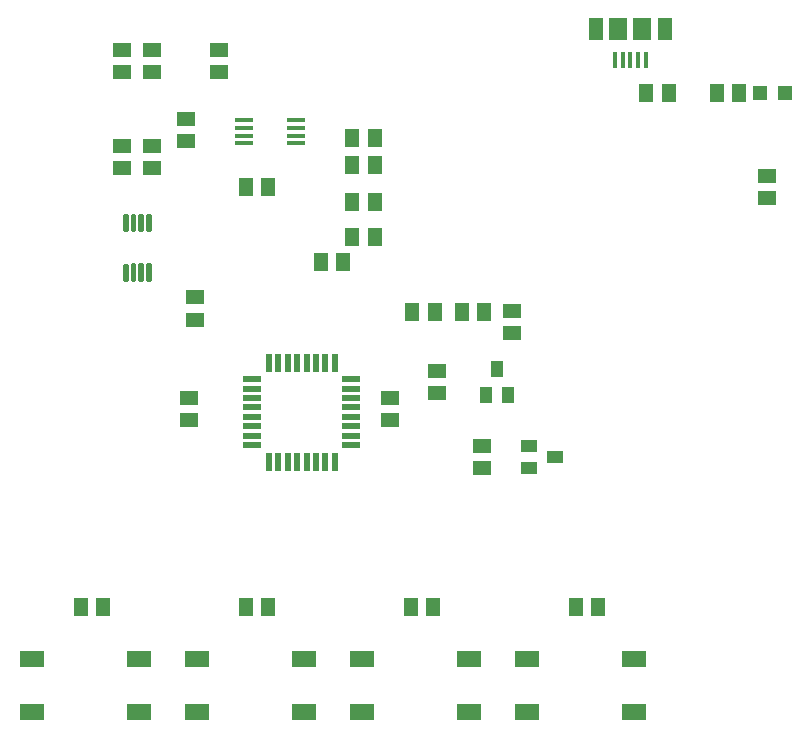
<source format=gtp>
G04 EAGLE Gerber RS-274X export*
G75*
%MOMM*%
%FSLAX34Y34*%
%LPD*%
%INSolderpaste Top*%
%IPPOS*%
%AMOC8*
5,1,8,0,0,1.08239X$1,22.5*%
G01*
%ADD10R,1.300000X1.500000*%
%ADD11R,1.500000X1.300000*%
%ADD12R,0.400000X1.350000*%
%ADD13R,1.500000X1.900000*%
%ADD14R,1.200000X1.900000*%
%ADD15R,1.200000X1.200000*%
%ADD16R,1.000000X1.400000*%
%ADD17R,1.400000X1.000000*%
%ADD18R,2.108200X1.397000*%
%ADD19C,0.226694*%
%ADD20C,0.222250*%
%ADD21R,1.600000X0.550000*%
%ADD22R,0.550000X1.600000*%
%ADD23R,1.498600X0.431800*%


D10*
X377800Y190500D03*
X358800Y190500D03*
X558190Y626110D03*
X577190Y626110D03*
X309270Y504190D03*
X328270Y504190D03*
X238100Y190500D03*
X219100Y190500D03*
X98400Y190500D03*
X79400Y190500D03*
X517500Y190500D03*
X498500Y190500D03*
D11*
X176530Y452730D03*
X176530Y433730D03*
D10*
X219100Y546100D03*
X238100Y546100D03*
D12*
X557830Y653410D03*
X551330Y653410D03*
X544830Y653410D03*
X538330Y653410D03*
X531830Y653410D03*
D13*
X554830Y680410D03*
X534830Y680410D03*
D14*
X573830Y680410D03*
X515830Y680410D03*
D15*
X675980Y626110D03*
X654980Y626110D03*
D16*
X431800Y392000D03*
X441300Y370000D03*
X422300Y370000D03*
D17*
X480900Y317500D03*
X458900Y308000D03*
X458900Y327000D03*
D10*
X636880Y626110D03*
X617880Y626110D03*
D11*
X660400Y536600D03*
X660400Y555600D03*
X168910Y584860D03*
X168910Y603860D03*
D10*
X328270Y533400D03*
X309270Y533400D03*
X328270Y588010D03*
X309270Y588010D03*
X309270Y565150D03*
X328270Y565150D03*
X379070Y440690D03*
X360070Y440690D03*
D11*
X341630Y367640D03*
X341630Y348640D03*
X381000Y371500D03*
X381000Y390500D03*
X419100Y308000D03*
X419100Y327000D03*
X114300Y643280D03*
X114300Y662280D03*
X139700Y562000D03*
X139700Y581000D03*
X139700Y643280D03*
X139700Y662280D03*
X114300Y562000D03*
X114300Y581000D03*
D10*
X282600Y482600D03*
X301600Y482600D03*
D11*
X444500Y422300D03*
X444500Y441300D03*
D10*
X420980Y440690D03*
X401980Y440690D03*
D18*
X177800Y101600D03*
X268986Y101600D03*
X177800Y146558D03*
X268986Y146558D03*
X457200Y101600D03*
X548386Y101600D03*
X457200Y146558D03*
X548386Y146558D03*
X317500Y101600D03*
X408686Y101600D03*
X317500Y146558D03*
X408686Y146558D03*
X38100Y101600D03*
X129286Y101600D03*
X38100Y146558D03*
X129286Y146558D03*
D19*
X118339Y467883D02*
X118339Y480617D01*
X118339Y467883D02*
X116161Y467883D01*
X116161Y480617D01*
X118339Y480617D01*
X118339Y470037D02*
X116161Y470037D01*
X116161Y472191D02*
X118339Y472191D01*
X118339Y474345D02*
X116161Y474345D01*
X116161Y476499D02*
X118339Y476499D01*
X118339Y478653D02*
X116161Y478653D01*
D20*
X124861Y480639D02*
X124861Y467861D01*
X122639Y467861D01*
X122639Y480639D01*
X124861Y480639D01*
X124861Y469973D02*
X122639Y469973D01*
X122639Y472085D02*
X124861Y472085D01*
X124861Y474197D02*
X122639Y474197D01*
X122639Y476309D02*
X124861Y476309D01*
X124861Y478421D02*
X122639Y478421D01*
X122639Y480533D02*
X124861Y480533D01*
X131361Y480639D02*
X131361Y467861D01*
X129139Y467861D01*
X129139Y480639D01*
X131361Y480639D01*
X131361Y469973D02*
X129139Y469973D01*
X129139Y472085D02*
X131361Y472085D01*
X131361Y474197D02*
X129139Y474197D01*
X129139Y476309D02*
X131361Y476309D01*
X131361Y478421D02*
X129139Y478421D01*
X129139Y480533D02*
X131361Y480533D01*
X137861Y480639D02*
X137861Y467861D01*
X135639Y467861D01*
X135639Y480639D01*
X137861Y480639D01*
X137861Y469973D02*
X135639Y469973D01*
X135639Y472085D02*
X137861Y472085D01*
X137861Y474197D02*
X135639Y474197D01*
X135639Y476309D02*
X137861Y476309D01*
X137861Y478421D02*
X135639Y478421D01*
X135639Y480533D02*
X137861Y480533D01*
X135639Y509961D02*
X135639Y522739D01*
X137861Y522739D01*
X137861Y509961D01*
X135639Y509961D01*
X135639Y512073D02*
X137861Y512073D01*
X137861Y514185D02*
X135639Y514185D01*
X135639Y516297D02*
X137861Y516297D01*
X137861Y518409D02*
X135639Y518409D01*
X135639Y520521D02*
X137861Y520521D01*
X137861Y522633D02*
X135639Y522633D01*
X129139Y522739D02*
X129139Y509961D01*
X129139Y522739D02*
X131361Y522739D01*
X131361Y509961D01*
X129139Y509961D01*
X129139Y512073D02*
X131361Y512073D01*
X131361Y514185D02*
X129139Y514185D01*
X129139Y516297D02*
X131361Y516297D01*
X131361Y518409D02*
X129139Y518409D01*
X129139Y520521D02*
X131361Y520521D01*
X131361Y522633D02*
X129139Y522633D01*
X122639Y522739D02*
X122639Y509961D01*
X122639Y522739D02*
X124861Y522739D01*
X124861Y509961D01*
X122639Y509961D01*
X122639Y512073D02*
X124861Y512073D01*
X124861Y514185D02*
X122639Y514185D01*
X122639Y516297D02*
X124861Y516297D01*
X124861Y518409D02*
X122639Y518409D01*
X122639Y520521D02*
X124861Y520521D01*
X124861Y522633D02*
X122639Y522633D01*
X116139Y522739D02*
X116139Y509961D01*
X116139Y522739D02*
X118361Y522739D01*
X118361Y509961D01*
X116139Y509961D01*
X116139Y512073D02*
X118361Y512073D01*
X118361Y514185D02*
X116139Y514185D01*
X116139Y516297D02*
X118361Y516297D01*
X118361Y518409D02*
X116139Y518409D01*
X116139Y520521D02*
X118361Y520521D01*
X118361Y522633D02*
X116139Y522633D01*
D21*
X308500Y327600D03*
X308500Y335600D03*
X308500Y343600D03*
X308500Y351600D03*
X308500Y359600D03*
X308500Y367600D03*
X308500Y375600D03*
X308500Y383600D03*
D22*
X294700Y397400D03*
X286700Y397400D03*
X278700Y397400D03*
X270700Y397400D03*
X262700Y397400D03*
X254700Y397400D03*
X246700Y397400D03*
X238700Y397400D03*
D21*
X224900Y383600D03*
X224900Y375600D03*
X224900Y367600D03*
X224900Y359600D03*
X224900Y351600D03*
X224900Y343600D03*
X224900Y335600D03*
X224900Y327600D03*
D22*
X238700Y313800D03*
X246700Y313800D03*
X254700Y313800D03*
X262700Y313800D03*
X270700Y313800D03*
X278700Y313800D03*
X286700Y313800D03*
X294700Y313800D03*
D23*
X218186Y602742D03*
X218186Y596392D03*
X218186Y589788D03*
X218186Y583438D03*
X261874Y583438D03*
X261874Y589788D03*
X261874Y596392D03*
X261874Y602742D03*
D11*
X196850Y662280D03*
X196850Y643280D03*
X171450Y348640D03*
X171450Y367640D03*
M02*

</source>
